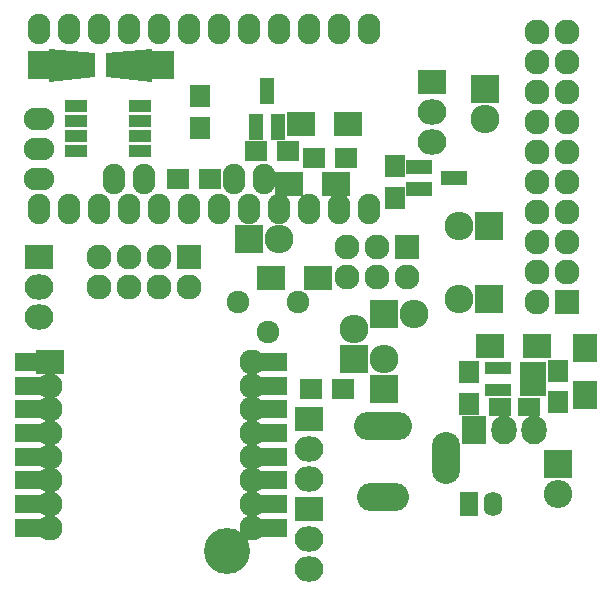
<source format=gbr>
G04 #@! TF.FileFunction,Soldermask,Top*
%FSLAX46Y46*%
G04 Gerber Fmt 4.6, Leading zero omitted, Abs format (unit mm)*
G04 Created by KiCad (PCBNEW 0.201509101502+6177~30~ubuntu14.04.1-product) date Sat 12 Sep 2015 10:16:40 PM CEST*
%MOMM*%
G01*
G04 APERTURE LIST*
%ADD10C,0.100000*%
%ADD11O,1.901140X2.599640*%
%ADD12O,2.599640X1.901140*%
%ADD13O,2.127200X2.127200*%
%ADD14R,2.127200X2.127200*%
%ADD15C,1.924000*%
%ADD16R,2.432000X2.127200*%
%ADD17O,2.432000X2.127200*%
%ADD18R,1.950000X1.000000*%
%ADD19R,1.200100X2.200860*%
%ADD20R,2.200860X1.050000*%
%ADD21R,1.900000X1.700000*%
%ADD22R,1.700000X1.900000*%
%ADD23R,2.200860X1.200100*%
%ADD24R,1.900000X1.650000*%
%ADD25R,2.432000X2.432000*%
%ADD26O,2.432000X2.432000*%
%ADD27R,2.127200X2.432000*%
%ADD28O,2.127200X2.432000*%
%ADD29R,2.400000X2.000000*%
%ADD30R,2.398980X2.398980*%
%ADD31R,2.000000X2.400000*%
%ADD32O,2.398980X2.398980*%
%ADD33R,1.598880X2.099260*%
%ADD34O,1.598880X2.099260*%
%ADD35O,2.398980X4.400500*%
%ADD36O,4.400500X2.398980*%
%ADD37O,4.900880X2.398980*%
%ADD38C,3.900120*%
%ADD39R,3.400000X1.600000*%
%ADD40R,2.400000X2.127200*%
%ADD41C,2.127200*%
G04 APERTURE END LIST*
D10*
D11*
X11430000Y-15240000D03*
X8890000Y-15240000D03*
X30480000Y-2540000D03*
X27940000Y-2540000D03*
X25400000Y-2540000D03*
X22860000Y-2540000D03*
X20320000Y-2540000D03*
X17780000Y-2540000D03*
X15240000Y-2540000D03*
X12700000Y-2540000D03*
X10160000Y-2540000D03*
X7620000Y-2540000D03*
X5080000Y-2540000D03*
X2540000Y-2540000D03*
X2540000Y-17780000D03*
X5080000Y-17780000D03*
X7620000Y-17780000D03*
X10160000Y-17780000D03*
X12700000Y-17780000D03*
X15240000Y-17780000D03*
X17780000Y-17780000D03*
X20320000Y-17780000D03*
X22860000Y-17780000D03*
X25400000Y-17780000D03*
X27940000Y-17780000D03*
X30480000Y-17780000D03*
X19050000Y-15240000D03*
X21590000Y-15240000D03*
D12*
X2540000Y-15240000D03*
X2540000Y-12700000D03*
X2540000Y-10160000D03*
D13*
X44704000Y-2794000D03*
X47244000Y-2794000D03*
X44704000Y-5334000D03*
X47244000Y-5334000D03*
X44704000Y-7874000D03*
X47244000Y-7874000D03*
X44704000Y-10414000D03*
X47244000Y-10414000D03*
X44704000Y-12954000D03*
X47244000Y-12954000D03*
X44704000Y-15494000D03*
X47244000Y-15494000D03*
D14*
X47244000Y-25654000D03*
D13*
X44704000Y-25654000D03*
X47244000Y-23114000D03*
X44704000Y-23114000D03*
X47244000Y-20574000D03*
X44704000Y-20574000D03*
X47244000Y-18034000D03*
X44704000Y-18034000D03*
D15*
X21945600Y-28143200D03*
X19405600Y-25603200D03*
X24485600Y-25603200D03*
D16*
X35814000Y-6985000D03*
D17*
X35814000Y-9525000D03*
X35814000Y-12065000D03*
D18*
X5682000Y-9080500D03*
X5682000Y-10350500D03*
X5682000Y-11620500D03*
X5682000Y-12890500D03*
X11082000Y-12890500D03*
X11082000Y-11620500D03*
X11082000Y-10350500D03*
X11082000Y-9080500D03*
D19*
X20894000Y-10795000D03*
X22794000Y-10795000D03*
X21844000Y-7792720D03*
D20*
X44345200Y-33081000D03*
X44345200Y-32131000D03*
X44345200Y-31181000D03*
X41405200Y-31181000D03*
X41405200Y-33081000D03*
D21*
X20875000Y-12827000D03*
X23575000Y-12827000D03*
D22*
X38925500Y-31543000D03*
X38925500Y-34243000D03*
X16129000Y-8175000D03*
X16129000Y-10875000D03*
D21*
X16971000Y-15240000D03*
X14271000Y-15240000D03*
X25828000Y-13462000D03*
X28528000Y-13462000D03*
D22*
X32639000Y-14144000D03*
X32639000Y-16844000D03*
D21*
X25574000Y-33020000D03*
X28274000Y-33020000D03*
D22*
X46482000Y-34141400D03*
X46482000Y-31441400D03*
D23*
X34693860Y-14163000D03*
X34693860Y-16063000D03*
X37696140Y-15113000D03*
D16*
X25400000Y-43180000D03*
D17*
X25400000Y-45720000D03*
X25400000Y-48260000D03*
D16*
X25400000Y-35560000D03*
D17*
X25400000Y-38100000D03*
X25400000Y-40640000D03*
D14*
X33655000Y-20955000D03*
D13*
X33655000Y-23495000D03*
X31115000Y-20955000D03*
X31115000Y-23495000D03*
X28575000Y-20955000D03*
X28575000Y-23495000D03*
D24*
X41549000Y-34544000D03*
X44049000Y-34544000D03*
D25*
X20320000Y-20320000D03*
D26*
X22860000Y-20320000D03*
D16*
X2540000Y-21844000D03*
D17*
X2540000Y-24384000D03*
X2540000Y-26924000D03*
D25*
X40640000Y-25400000D03*
D26*
X38100000Y-25400000D03*
D25*
X40259000Y-7620000D03*
D26*
X40259000Y-10160000D03*
D25*
X40640000Y-19177000D03*
D26*
X38100000Y-19177000D03*
D25*
X29210000Y-30480000D03*
D26*
X29210000Y-27940000D03*
D25*
X31750000Y-26670000D03*
D26*
X34290000Y-26670000D03*
D27*
X39370000Y-36449000D03*
D28*
X41910000Y-36449000D03*
X44450000Y-36449000D03*
D25*
X31750000Y-33020000D03*
D26*
X31750000Y-30480000D03*
D29*
X23654000Y-15621000D03*
X27654000Y-15621000D03*
X22130000Y-23622000D03*
X26130000Y-23622000D03*
D10*
G36*
X12110060Y-4189120D02*
X12110060Y-6986880D01*
X8209940Y-6588100D01*
X8209940Y-4587900D01*
X12110060Y-4189120D01*
X12110060Y-4189120D01*
G37*
G36*
X3383940Y-6986880D02*
X3383940Y-4189120D01*
X7284060Y-4587900D01*
X7284060Y-6588100D01*
X3383940Y-6986880D01*
X3383940Y-6986880D01*
G37*
D30*
X12748260Y-5588000D03*
X2745740Y-5588000D03*
D29*
X24670000Y-10541000D03*
X28670000Y-10541000D03*
X40672000Y-29337000D03*
X44672000Y-29337000D03*
D31*
X48768000Y-33496000D03*
X48768000Y-29496000D03*
D32*
X46482000Y-41910000D03*
D30*
X46482000Y-39370000D03*
D33*
X38940740Y-42735500D03*
D34*
X40942260Y-42735500D03*
D35*
X36987480Y-38854380D03*
D36*
X31686500Y-42105580D03*
D37*
X31686500Y-36103560D03*
D38*
X18415000Y-46736000D03*
D13*
X7620000Y-21844000D03*
X7620000Y-24384000D03*
X10160000Y-21844000D03*
X10160000Y-24384000D03*
X12700000Y-21844000D03*
X12700000Y-24384000D03*
D14*
X15240000Y-21844000D03*
D13*
X15240000Y-24384000D03*
D39*
X2156000Y-30734000D03*
X2156000Y-32734000D03*
X2156000Y-34734000D03*
X2156000Y-36734000D03*
X2156000Y-38734000D03*
X2156000Y-40734000D03*
X2156000Y-42734000D03*
X2156000Y-44734000D03*
X21856000Y-44734000D03*
X21856000Y-42734000D03*
X21856000Y-40734000D03*
X21856000Y-38734000D03*
X21856000Y-36734000D03*
X21856000Y-34734000D03*
X21856000Y-32734000D03*
X21856000Y-30734000D03*
D40*
X3456000Y-30734000D03*
D41*
X3456000Y-32734000D03*
X3456000Y-34734000D03*
X3456000Y-36734000D03*
X3456000Y-38734000D03*
X3456000Y-40734000D03*
X3456000Y-42734000D03*
X3456000Y-44734000D03*
X20556000Y-44734000D03*
X20556000Y-42734000D03*
X20556000Y-40734000D03*
X20556000Y-38734000D03*
X20556000Y-36734000D03*
X20556000Y-34734000D03*
X20556000Y-32734000D03*
X20556000Y-30734000D03*
M02*

</source>
